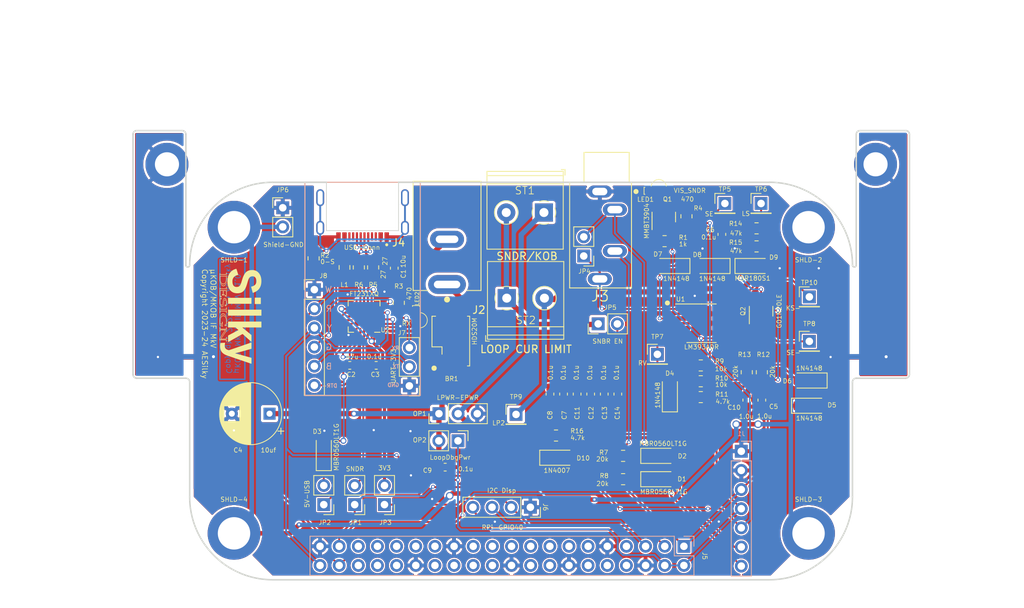
<source format=kicad_pcb>
(kicad_pcb (version 20221018) (generator pcbnew)
  (title_block (title "MuKOB / RPi / USB - K&S IF MkV") (date "2024-08-16") (rev "1.0") (company "Silky Design AES") (comment 1 "Copyright AESilky 2023-24"))
  (layers (0 "F.Cu" mixed) (31 "B.Cu" mixed) (34 "B.Paste" user) (35 "F.Paste" user) (36 "B.SilkS" user "B.Silkscreen") (37 "F.SilkS" user "F.Silkscreen") (38 "B.Mask" user) (39 "F.Mask" user) (44 "Edge.Cuts" user))
  (net 0 "")
  (net 1 "GND")
  (net 2 "+5V")
  (net 3 "+3.3V")
  (net 4 "/SNDR_EN")
  (net 5 "/PDL_DASH-")
  (net 6 "/KEY_PDL_DOT-")
  (net 7 "/SDA")
  (net 8 "/SCL")
  (net 34 "/LPI_P")
  (net 35 "/LPI_B")
  (net 36 "/LPI_A")
  (net 37 "Net-(C1-Pad2)")
  (net 38 "/V5I")
  (net 39 "/V3.3I")
  (net 40 "/LOOP_STATE")
  (net 41 "Net-(D10-A)")
  (net 42 "Net-(JP5-B)")
  (net 43 "/DASH-")
  (net 44 "/DOT-")
  (net 45 "Net-(D3-K)")
  (net 46 "Net-(D4-A)")
  (net 47 "Net-(D5-A)")
  (net 48 "Net-(D6-A)")
  (net 49 "Net-(D7-K)")
  (net 50 "Net-(D9-K)")
  (net 51 "/LP2")
  (net 52 "/LOOP_PWR")
  (net 53 "/KOB_KEY-")
  (net 54 "Net-(J4-SHIELD-PadSH1)")
  (net 57 "Net-(J4-D+-PadA6)")
  (net 58 "Net-(J4-D--PadA7)")
  (net 61 "Net-(J7-Pin_2)")
  (net 62 "Net-(J7-Pin_3)")
  (net 63 "/DCD-")
  (net 64 "/RI-")
  (net 65 "/RTS")
  (net 66 "/LP1")
  (net 67 "Earth")
  (net 68 "Net-(LED1-K)")
  (net 69 "Net-(LED1-A)")
  (net 70 "Net-(LED2-K)")
  (net 71 "Net-(Q1-B)")
  (net 72 "/SNDR_EN-")
  (net 73 "Net-(U2-USBDP)")
  (net 74 "Net-(U2-USBDM)")
  (net 75 "/OFFSET_REF_V")
  (net 76 "/DTR-")
  (net 77 "Net-(U2-CBUS2)")
  (footprint "Connector_PinHeader_2.54mm:PinHeader_1x03_P2.54mm_Vertical" (layer "F.Cu") (at 97.3144 131.7028 90)
    (fp_text reference "OP1")
    (fp_text value "LPWR-EPWR")
  )
  (footprint "Resistor_SMD:R_0805_2012Metric_Pad1.20x1.40mm_HandSolder" (layer "F.Cu") (at 80.68742 111.089228 90)
    (fp_text reference "R2")
    (fp_text value "0-S")
  )
  (footprint "Diode_SMD:D_SOD-123" (layer "F.Cu") (at 127.9394 129.1028 90)
    (fp_text reference "D4")
    (fp_text value "1N4148")
  )
  (footprint "Connector_PinHeader_2.54mm:PinHeader_1x01_P2.54mm_Vertical" (layer "F.Cu") (at 126.2854 123.8258)
    (fp_text reference "TP7")
    (fp_text value "RV")
  )
  (footprint "Connector_PinHeader_2.54mm:PinHeader_1x01_P2.54mm_Vertical" (layer "F.Cu") (at 107.5394 131.8028)
    (fp_text reference "TP9")
    (fp_text value "LP2")
  )
  (footprint "Diode_SMD:D_SOD-123" (layer "F.Cu") (at 128.2394 112.1028 180)
    (fp_text reference "D7")
    (fp_text value "1N4148")
  )
  (footprint "AES_Library:AES-CUI_PJ-037B" (layer "F.Cu") (at 98.3894 114.5528 90)
    (fp_text reference "J2")
    (fp_text value "LOOP PWR" hide)
  )
  (footprint "MountingHole:MountingHole_4.3mm_M4_ISO14580_Pad_TopBottom" (layer "F.Cu") (at 70.1334 106.9488)
    (fp_text reference "SHLD-1")
    (fp_text value "MountingHole_Pad" hide)
  )
  (footprint "Connector_PinHeader_2.54mm:PinHeader_1x02_P2.54mm_Vertical" (layer "F.Cu") (at 86.1394 143.7778 180)
    (fp_text reference "JP1")
    (fp_text value "SNDR")
  )
  (footprint "Capacitor_SMD:C_0603_1608Metric_Pad1.08x0.95mm_HandSolder" (layer "F.Cu") (at 112.0394 129.1028 -90)
    (fp_text reference "C8")
    (fp_text value "0.1u")
  )
  (footprint "AES_Library:AES-TermBlock-2POS-5mm-Horz" (layer "F.Cu") (at 111.2594 104.9128 180)
    (fp_text reference "ST1")
    (fp_text value "SNDR/KOB")
  )
  (footprint "AES_Library:AES-BridgeRect-HDS20M-13-1KV-2A" (layer "F.Cu") (at 98.9894 122.0653 90)
    (fp_text reference "BR1")
    (fp_text value "HDS20M")
  )
  (footprint "Capacitor_SMD:C_0603_1608Metric_Pad1.08x0.95mm_HandSolder" (layer "F.Cu") (at 115.6394 129.1028 90)
    (fp_text reference "C11")
    (fp_text value "0.1u")
  )
  (footprint "Resistor_SMD:R_0805_2012Metric_Pad1.20x1.40mm_HandSolder" (layer "F.Cu") (at 139.4394 107.1028 180)
    (fp_text reference "R14")
    (fp_text value "47k")
  )
  (footprint "Diode_SMD:D_SOD-123" (layer "F.Cu") (at 126.4394 140.4028)
    (fp_text reference "D1")
    (fp_text value "MBR0560LT1G")
  )
  (footprint "Capacitor_SMD:C_0603_1608Metric_Pad1.08x0.95mm_HandSolder" (layer "F.Cu") (at 140.1394 129.9028 90)
    (fp_text reference "C5")
    (fp_text value "1.0u")
  )
  (footprint "Resistor_SMD:R_0805_2012Metric_Pad1.20x1.40mm_HandSolder" (layer "F.Cu") (at 86.68742 112.289228 -90)
    (fp_text reference "R6")
    (fp_text value "27")
  )
  (footprint "Connector_PinHeader_2.54mm:PinHeader_1x02_P2.54mm_Vertical" (layer "F.Cu") (at 76.5964 104.3718)
    (fp_text reference "JP6")
    (fp_text value "Shield-GND")
  )
  (footprint "Connector_PinHeader_2.54mm:PinHeader_1x01_P2.54mm_Vertical" (layer "F.Cu") (at 146.4394 122.1028)
    (fp_text reference "TP8")
    (fp_text value "SE-")
  )
  (footprint "Resistor_SMD:R_0805_2012Metric_Pad1.20x1.40mm_HandSolder" (layer "F.Cu") (at 132.0394 129.5028 180)
    (fp_text reference "R11")
    (fp_text value "4.7k")
  )
  (footprint "Package_SO:SOIC-8_3.9x4.9mm_P1.27mm" (layer "F.Cu") (at 132.1394 119.7028)
    (fp_text reference "U1")
    (fp_text value "LM393ADR")
  )
  (footprint "Diode_SMD:D_SOD-123" (layer "F.Cu") (at 138.9394 112.1028)
    (fp_text reference "D9")
    (fp_text value "MBR180S1")
  )
  (footprint "Capacitor_SMD:C_0603_1608Metric_Pad1.08x0.95mm_HandSolder" (layer "F.Cu") (at 113.8394 129.1028 90)
    (fp_text reference "C7")
    (fp_text value "0.1u")
  )
  (footprint "Diode_SMD:D_SOD-123" (layer "F.Cu") (at 146.4394 127.3028 180)
    (fp_text reference "D6")
    (fp_text value "1N4148")
  )
  (footprint "Resistor_SMD:R_0805_2012Metric_Pad1.20x1.40mm_HandSolder" (layer "F.Cu") (at 132.0394 125.3028)
    (fp_text reference "R9")
    (fp_text value "10k")
  )
  (footprint "AES_Library:AES-CUI_SJ1-3534NG-audio-jack" (layer "F.Cu") (at 118.6484 102.2158 -90)
    (fp_text reference "J3")
    (fp_text value "KEY-PADDLE-1_8" hide)
  )
  (footprint "Connector_PinHeader_2.54mm:PinHeader_1x01_P2.54mm_Vertical" (layer "F.Cu") (at 140.0394 103.8028)
    (fp_text reference "TP6")
    (fp_text value "LS")
  )
  (footprint "MountingHole:MountingHole_4.3mm_M4_ISO14580_Pad_TopBottom" (layer "F.Cu") (at 70.1334 147.5888)
    (fp_text reference "SHLD-4")
    (fp_text value "MountingHole_Pad" hide)
  )
  (footprint "MountingHole:MountingHole_3.2mm_M3_ISO7380_Pad_TopBottom" (layer "F.Cu") (at 61.2394 98.6028)
    (fp_text reference "M_KSI1" hide)
    (fp_text value "MountingHole_Pad" hide)
  )
  (footprint "Capacitor_SMD:C_0603_1608Metric_Pad1.08x0.95mm_HandSolder" (layer "F.Cu") (at 138.1394 129.9028 90)
    (fp_text reference "C10")
    (fp_text value "1.0u")
  )
  (footprint "Diode_SMD:D_SOD-123" (layer "F.Cu") (at 113.0394 137.5528)
    (fp_text reference "D10")
    (fp_text value "1N4007")
  )
  (footprint "Package_TO_SOT_SMD:SOT-23" (layer "F.Cu") (at 140.0394 118.1028 90)
    (fp_text reference "Q2")
    (fp_text value "G01N20LE")
  )
  (footprint "Resistor_SMD:R_0805_2012Metric_Pad1.20x1.40mm_HandSolder" (layer "F.Cu") (at 127.2394 108.8028 180)
    (fp_text reference "R1")
    (fp_text value "1k")
  )
  (footprint "Connector_PinHeader_2.54mm:PinHeader_1x01_P2.54mm_Vertical" (layer "F.Cu") (at 146.4394 116.2028)
    (fp_text reference "TP10")
    (fp_text value "KS-")
  )
  (footprint "Capacitor_SMD:C_0603_1608Metric_Pad1.08x0.95mm_HandSolder" (layer "F.Cu") (at 88.98742 125.289228 180)
    (fp_text reference "C3")
    (fp_text value "0.1u")
  )
  (footprint "Resistor_SMD:R_0805_2012Metric_Pad1.20x1.40mm_HandSolder" (layer "F.Cu") (at 139.4394 109.5028)
    (fp_text reference "R15")
    (fp_text value "47k")
  )
  (footprint "Connector_PinHeader_2.54mm:PinHeader_1x02_P2.54mm_Vertical" (layer "F.Cu") (at 82.0394 143.7778 180)
    (fp_text reference "JP2")
    (fp_text value "5V-USB")
  )
  (footprint "Connector_PinHeader_2.54mm:PinHeader_1x03_P2.54mm_Vertical" (layer "F.Cu") (at 93.38742 128.014228 180)
    (fp_text reference "J7")
    (fp_text value "UART-3V3")
  )
  (footprint "Package_TO_SOT_SMD:SOT-23" (layer "F.Cu") (at 127.1394 105.6028 90)
    (fp_text reference "Q1")
    (fp_text value "MMBT3904")
  )
  (footprint "Connector_PinSocket_2.54mm:PinSocket_1x04_P2.54mm_Vertical" (layer "F.Cu") (at 109.4394 144.1278 -90)
    (fp_text reference "J6")
    (fp_text value "I2C Disp")
  )
  (footprint "Resistor_SMD:R_0805_2012Metric_Pad1.20x1.40mm_HandSolder" (layer "F.Cu") (at 91.98742 116.989228 90)
    (fp_text reference "R3")
    (fp_text value "470")
  )
  (footprint "Package_DFN_QFN:QFN-20-1EP_4x4mm_P0.5mm_EP2.5x2.5mm" (layer "F.Cu") (at 87.38742 118.789228 180)
    (fp_text reference "U2")
    (fp_text value "FT231XQ")
  )
  (footprint "Capacitor_SMD:C_0603_1608Metric_Pad1.08x0.95mm_HandSolder" (layer "F.Cu") (at 91.38742 112.389228 90)
    (fp_text reference "C1")
    (fp_text value "10u")
  )
  (footprint "Capacitor_SMD:C_0603_1608Metric_Pad1.08x0.95mm_HandSolder" (layer "F.Cu") (at 119.2394 129.1028 90)
    (fp_text reference "C13")
    (fp_text value "0.1u")
  )
  (footprint "Diode_SMD:D_SOD-123" (layer "F.Cu") (at 133.5669 112.1028 180)
    (fp_text reference "D8")
    (fp_text value "1N4148")
  )
  (footprint "Capacitor_SMD:C_0603_1608Metric_Pad1.08x0.95mm_HandSolder" (layer "F.Cu") (at 134.8394 107.9028 -90)
    (fp_text reference "C6")
    (fp_text value "0.1u")
  )
  (footprint "AES_Library:AES-USB_C_Amphenol_GSB1C4621DSHR" (layer "F.Cu") (at 87.1864 103.0348 180)
    (fp_text reference "J4")
    (fp_text value "USB-Conn")
  )
  (footprint "Connector_PinHeader_2.54mm:PinHeader_1x01_P2.54mm_Vertical" (layer "F.Cu") (at 135.2394 103.8028)
    (fp_text reference "TP5")
    (fp_text value "SE")
  )
  (footprint "Connector_PinHeader_2.54mm:PinHeader_1x02_P2.54mm_Vertical" (layer "F.Cu") (at 99.8394 135.3028 -90)
    (fp_text reference "OP2")
    (fp_text value "LoopDbgPwr")
  )
  (footprint "Connector_PinHeader_2.54mm:PinHeader_1x06_P2.54mm_Vertical" (layer "F.Cu") (at 80.78742 115.239228)
    (fp_text reference "J8")
    (fp_text value "Selector-SW" hide)
  )
  (footprint "Resistor_SMD:R_0805_2012Metric_Pad1.20x1.40mm_HandSolder" (layer "F.Cu") (at 112.8394 134.6028)
    (fp_text reference "R16")
    (fp_text value "4.7k")
  )
  (footprint "MountingHole:MountingHole_3.2mm_M3_ISO7380_Pad_TopBottom" (layer "F.Cu") (at 155.2194 98.6028)
    (fp_text reference "M_KSI2" hide)
    (fp_text value "MountingHole_Pad" hide)
  )
  (footprint "AES_Library:SILKY-DESIGN-logo-0_50-AES" (layer "F.Cu") (at 70.983898 118.828473 -90)
    (fp_text reference "G***" hide)
    (fp_text value "LOGO" hide)
  )
  (footprint "Capacitor_SMD:C_0603_1608Metric_Pad1.08x0.95mm_HandSolder" (layer "F.Cu") (at 98.1394 138.8028)
    (fp_text reference "C9")
    (fp_text value "0.1u")
  )
  (footprint "Connector_PinHeader_2.54mm:PinHeader_1x02_P2.54mm_Vertical" (layer "F.Cu") (at 118.4344 119.7838 90)
    (fp_text reference "JP5")
    (fp_text value "SNBR EN")
  )
  (footprint "Connector_PinHeader_2.54mm:PinHeader_1x02_P2.54mm_Vertical" (layer "F.Cu") (at 116.5184 110.7748 180)
    (fp_text reference "JP4")
    (fp_text value "KeyJack-NP" hide)
  )
  (footprint "Capacitor_SMD:C_0603_1608Metric_Pad1.08x0.95mm_HandSolder" (layer "F.Cu") (at 121.0394 129.1028 90)
    (fp_text reference "C14")
    (fp_text value "0.1u")
  )
  (footprint "Capacitor_SMD:C_0603_1608Metric_Pad1.08x0.95mm_HandSolder" (layer "F.Cu") (at 117.4394 129.1028 90)
    (fp_text reference "C12")
    (fp_text value "0.1u")
  )
  (footprint "Resistor_SMD:R_0805_2012Metric_Pad1.20x1.40mm_HandSolder" (layer "F.Cu") (at 121.7394 140.4028 180)
    (fp_text reference "R8")
    (fp_text value "20k")
  )
  (footprint "Resistor_SMD:R_0805_2012Metric_Pad1.20x1.40mm_HandSolder" (layer "F.Cu") (at 138.1394 126.2028 -90)
    (fp_text reference "R13")
    (fp_text value "20k")
  )
  (footprint "AES_Library:AES-LED_SMD_SIDEVIEW_Harvatek" (layer "F.Cu") (at 94.760509 119.3003)
    (fp_text reference "LED2" hide)
    (fp_text value "RX")
  )
  (footprint "Diode_SMD:D_SOD-123" (layer "F.Cu") (at 82.0394 136.9028 90)
    (fp_text reference "D3")
    (fp_text value "MBR0560LT1G")
  )
  (footprint "MountingHole:MountingHole_4.3mm_M4_ISO14580_Pad_TopBottom" (layer "F.Cu") (at 146.3334 147.5888)
    (fp_text reference "SHLD-3")
    (fp_text value "MountingHole_Pad" hide)
  )
  (footprint "Resistor_SMD:R_0805_2012Metric_Pad1.20x1.40mm_HandSolder" (layer "F.Cu") (at 130.1394 105.5028 90)
    (fp_text reference "R4")
    (fp_text value "470")
  )
  (footprint "Capacitor_SMD:C_0603_1608Metric_Pad1.08x0.95mm_HandSolder" (layer "F.Cu") (at 85.48742 125.289228 180)
    (fp_text reference "C2")
    (fp_text value "47u")
  )
  (footprint "Resistor_SMD:R_0805_2012Metric_Pad1.20x1.40mm_HandSolder" (layer "F.Cu") (at 140.1394 126.2028 90)
    (fp_text reference "R12")
    (fp_text value "20k")
  )
  (footprint "Resistor_SMD:R_0805_2012Metric_Pad1.20x1.40mm_HandSolder" (layer "F.Cu") (at 132.0394 127.4028 180)
    (fp_text reference "R10")
    (fp_text value "10k")
  )
  (footprint "Inductor_SMD:L_0805_2012Metric_Pad1.15x1.40mm_HandSolder" (layer "F.Cu") (at 84.78742 112.289228 -90)
    (fp_text reference "L1")
    (fp_text value "600RJ0.5A" hide)
  )
  (footprint "Diode_SMD:D_SOD-123" (layer "F.Cu") (at 126.4394 137.3028)
    (fp_text reference "D2")
    (fp_text value "MBR0560LT1G")
  )
  (footprint "Resistor_SMD:R_0805_2012Metric_Pad1.20x1.40mm_HandSolder" (layer "F.Cu") (at 121.7394 137.3028 180)
    (fp_text reference "R7")
    (fp_text value "20k")
  )
  (footprint "AES_Library:AES-TermBlock-2POS-5mm-Horz" (layer "F.Cu") (at 106.2874 116.4588)
    (fp_text reference "ST2")
    (fp_text value "LOOP CUR LIMIT")
  )
  (footprint "MountingHole:MountingHole_4.3mm_M4_ISO14580_Pad_TopBottom" (layer "F.Cu") (at 146.3334 106.9488)
    (fp_text reference "SHLD-2")
    (fp_text value "MountingHole_Pad" hide)
  )
  (footprint "Diode_SMD:D_SOD-123" (layer "F.Cu") (at 146.4394 130.6528)
    (fp_text reference "D5")
    (fp_text value "1N4148")
  )
  (footprint "Connector_PinHeader_2.54mm:PinHeader_1x02_P2.54mm_Vertical" (layer "F.Cu") (at 90.0894 143.7778 180)
    (fp_text reference "JP3")
    (fp_text value "3V3")
  )
  (footprint "Capacitor_THT:CP_Radial_D8.0mm_P5.00mm" (layer "F.Cu") (at 74.842051 131.7028 180)
    (fp_text reference "C4")
    (fp_text value "10uf")
  )
  (footprint "Resistor_SMD:R_0805_2012Metric_Pad1.20x1.40mm_HandSolder" (layer "F.Cu") (at 88.58742 112.289228 -90)
    (fp_text reference "R5")
    (fp_text value "27")
  )
  (footprint "AES_Library:AES-LED_SMD_SIDEVIEW_Harvatek" (layer "F.Cu") (at 126.4659 101.628691 90)
    (fp_text reference "LED1")
    (fp_text value "VIS_SNDR")
  )
  (footprint "Connector_PinHeader_2.54mm:PinHeader_1x07_P2.54mm_Vertical" (layer "B.Cu") (at 137.414 136.696 180)
    (fp_text reference "J1")
    (fp_text value "MuKOB IF")
  )
  (footprint "Connector_PinSocket_2.54mm:PinSocket_2x20_P2.54mm_Vertical" (layer "B.Cu") (at 129.801 149.308 90)
    (fp_text reference "J5")
    (fp_text value "RPi-GPIO40")
  )
  (gr_rect (start 68.2564 111.2673) (end 71.5734 127.1403) (stroke (width 0.2)) (fill none) (layer "B.Cu"))
  (gr_rect locked (start 79.53742 100.989228) (end 94.83742 129.289228) (stroke (width 0.15)) (fill none) (layer "B.SilkS"))
  (gr_circle (center 127.6124 117.0098) (end 127.889032 117.0098) (stroke (width 0.1)) (fill solid) (layer "F.SilkS"))
  (gr_line (start 82.38666 107.4028) (end 82.38666 100.989228) (stroke (width 0.1)) (layer "Edge.Cuts"))
  (gr_arc (start 64.250439 111.994228) (mid 64.000439 112.244228) (end 63.750439 111.994228) (stroke (width 0.2)) (layer "Edge.Cuts"))
  (gr_line (start 57.2374 126.994228) (end 63.750439 126.994228) (stroke (width 0.2)) (layer "Edge.Cuts"))
  (gr_line (start 159.7174 126.494228) (end 159.7174 94.6248) (stroke (width 0.2)) (layer "Edge.Cuts"))
  (gr_arc (start 64.250439 111.994228) (mid 67.473729 104.212518) (end 75.255439 100.989228) (stroke (width 0.2)) (layer "Edge.Cuts"))
  (gr_arc (start 152.660439 94.6248) (mid 152.806888 94.27126) (end 153.160439 94.1248) (stroke (width 0.2)) (layer "Edge.Cuts"))
  (gr_arc (start 63.750439 126.994228) (mid 64.103994 127.140674) (end 64.250439 127.494228) (stroke (width 0.2)) (layer "Edge.Cuts"))
  (gr_arc (start 141.155439 100.98527) (mid 148.93995 104.209719) (end 152.1644 111.99423) (stroke (width 0.2)) (layer "Edge.Cuts"))
  (gr_line (start 63.750439 111.994228) (end 63.750439 94.6248) (stroke (width 0.2)) (layer "Edge.Cuts"))
  (gr_arc (start 152.160439 142.744228) (mid 148.93715 150.525939) (end 141.155439 153.749228) (stroke (width 0.2)) (layer "Edge.Cuts"))
  (gr_arc (start 63.250439 94.1248) (mid 63.603993 94.271246) (end 63.750439 94.6248) (stroke (width 0.2)) (layer "Edge.Cuts"))
  (gr_line (start 141.155439 100.989228) (end 91.95689 100.989228) (stroke (width 0.2)) (layer "Edge.Cuts"))
  (gr_arc (start 152.656478 111.994228) (mid 152.41044 112.240267) (end 152.1644 111.99423) (stroke (width 0.2)) (layer "Edge.Cuts"))
  (gr_line (start 56.7374 94.6248) (end 56.7374 126.494228) (stroke (width 0.2)) (layer "Edge.Cuts"))
  (gr_line (start 159.2174 94.1248) (end 153.160439 94.1248) (stroke (width 0.2)) (layer "Edge.Cuts"))
  (gr_line (start 75.255439 153.749228) (end 141.155439 153.749228) (stroke (width 0.2)) (layer "Edge.Cuts"))
  (gr_arc (start 159.7174 126.494228) (mid 159.570943 126.847763) (end 159.2174 126.994228) (stroke (width 0.2)) (layer "Edge.Cuts"))
  (gr_arc (start 75.255439 153.749228) (mid 67.473729 150.525938) (end 64.250439 142.744228) (stroke (width 0.2)) (layer "Edge.Cuts"))
  (gr_line (start 152.660439 94.6248) (end 152.656478 111.994228) (stroke (width 0.2)) (layer "Edge.Cuts"))
  (gr_line (start 63.250439 94.1248) (end 57.2374 94.1248) (stroke (width 0.2)) (layer "Edge.Cuts"))
  (gr_arc (start 152.160439 127.494228) (mid 152.306878 127.14067) (end 152.660439 126.994228) (stroke (width 0.2)) (layer "Edge.Cuts"))
  (gr_line (start 152.160439 142.744228) (end 152.160439 127.494228) (stroke (width 0.2)) (layer "Edge.Cuts"))
  (gr_line (start 64.250439 127.494228) (end 64.250439 142.744228) (stroke (width 0.2)) (layer "Edge.Cuts"))
  (gr_arc (start 57.2374 126.994228) (mid 56.883847 126.847781) (end 56.7374 126.494228) (stroke (width 0.2)) (layer "Edge.Cuts"))
  (gr_arc (start 56.7374 94.6248) (mid 56.883847 94.271247) (end 57.2374 94.1248) (stroke (width 0.2)) (layer "Edge.Cuts"))
  (gr_line (start 75.255439 100.989228) (end 82.38666 100.989228) (stroke (width 0.2)) (layer "Edge.Cuts"))
  (gr_line (start 91.95689 100.989228) (end 91.95689 107.4028) (stroke (width 0.1)) (layer "Edge.Cuts"))
  (gr_arc (start 159.2174 94.1248) (mid 159.570953 94.271247) (end 159.7174 94.6248) (stroke (width 0.2)) (layer "Edge.Cuts"))
  (gr_line (start 152.660439 126.994228) (end 159.2174 126.994228) (stroke (width 0.2)) (layer "Edge.Cuts"))
  (gr_line (start 91.95689 107.4028) (end 82.38666 107.4028) (stroke (width 0.1)) (layer "Edge.Cuts"))
  (gr_text "μKOB/MKOB IF MkV v1.0\nCopyright 2023-24 AESilky" (at 69.0604 126.4403 270) (layer "B.Cu") (effects (font (size 0.7 0.7) (thickness 0.0875)) (justify left bottom mirror)))
  (gr_text "GND" (at 92.08742 128.189228) (layer "B.SilkS") (effects (font (size 0.5 0.5) (thickness 0.1)) (justify left bottom mirror)))
  (gr_text "B" (at 83.18742 125.889228) (layer "B.SilkS") (effects (font (size 0.8 0.8) (thickness 0.1)) (justify left bottom mirror)))
  (gr_text "RX" (at 92.08742 123.289228) (layer "B.SilkS") (effects (font (size 0.5 0.5) (thickness 0.1)) (justify left bottom mirror)))
  (gr_text "G" (at 83.18742 123.339228) (layer "B.SilkS") (effects (font (size 0.8 0.8) (thickness 0.1)) (justify left bottom mirror)))
  (gr_text "W" (at 83.18742 115.689228) (layer "B.SilkS") (effects (font (size 0.8 0.8) (thickness 0.1)) (justify left bottom mirror)))
  (gr_text "Y" (at 83.18742 120.789228) (layer "B.SilkS") (effects (font (size 0.8 0.8) (thickness 0.1)) (justify left bottom mirror)))
  (gr_text "R" (at 83.18742 118.239228) (layer "B.SilkS") (effects (font (size 0.8 0.8) (thickness 0.1)) (justify left bottom mirror)))
  (gr_text "TX" (at 92.08742 125.739228) (layer "B.SilkS") (effects (font (size 0.5 0.5) (thickness 0.1)) (justify left bottom mirror)))
  (gr_text "DTR-" (at 83.88742 128.289228) (layer "B.SilkS") (effects (font (size 0.5 0.5) (thickness 0.1)) (justify left bottom mirror)))
  (gr_text "μKOB/MKOB IF MkV\nCopyright 2023-24 AESilky" (at 65.8364 112.4418 -90) (layer "F.SilkS") (effects (font (size 0.7 0.7) (thickness 0.0875)) (justify left bottom)))
  (segment (start 149.2594 124.1828) (end 156.5854 124.1828) (width 0.7) (layer "F.Cu") (net 1))
  (segment (start 60.0424 124.1788) (end 67.3684 124.1788) (width 0.7) (layer "F.Cu") (net 1))
  (segment (start 156.5854 124.1828) (end 156.6244 124.1438) (width 0.25) (layer "F.Cu") (net 1))
  (segment (start 92.05242 120.224228) (end 88.82242 120.224228) (width 0.25) (layer "F.Cu") (net 1))
  (segment (start 67.3684 124.1788) (end 67.4074 124.1398) (width 0.25) (layer "F.Cu") (net 1))
  (segment (start 92.18742 120.089228) (end 92.05242 120.224228) (width 0.25) (layer "F.Cu") (net 1))
  (segment (start 70.1694 133.9728) (end 70.1194 133.9228) (width 0.25) (layer "F.Cu") (net 1))
  (segment (start 88.82242 120.224228) (end 87.38742 118.789228) (width 0.25) (layer "F.Cu") (net 1))
  (via (at 93.5394 134.0228) (size 0.5) (drill 0.3) (layers "F.Cu" "B.Cu") (net 1))
  (via (at 85.20742 115.879228) (size 0.5) (drill 0.3) (layers "F.Cu" "B.Cu") (net 1))
  (via (at 85.31742 121.259228) (size 0.5) (drill 0.3) (layers "F.Cu" "B.Cu") (net 1))
  (via (at 82.1194 133.9728) (size 0.5) (drill 0.3) (layers "F.Cu" "B.Cu") (net 1))
  (via (at 131.2394 116.0628) (size 0.5) (drill 0.3) (layers "F.Cu" "B.Cu") (net 1))
  (via (at 156.6244 124.1438) (size 0.6) (drill 0.4) (layers "F.Cu" "B.Cu") (net 1))
  (via (at 70.1194 133.9228) (size 0.5) (drill 0.3) (layers "F.Cu" "B.Cu") (net 1))
  (via (at 88.6644 133.8838) (size 0.5) (drill 0.3) (layers "F.Cu" "B.Cu") (net 1))
  (via (at 60.0424 124.1788) (size 0.6) (drill 0.3) (layers "F.Cu" "B.Cu") (net 1))
  (via (at 96.4094 143.0228) (size 0.5) (drill 0.3) (layers "F.Cu" "B.Cu") (net 1))
  (via (at 104.7294 146.0428) (size 0.5) (drill 0.3) (layers "F.Cu" "B.Cu") (net 1))
  (via (at 67.4074 124.1398) (size 0.6) (drill 0.4) (layers "F.Cu" "B.Cu") (net 1))
  (via (at 134.4304 146.0298) (size 0.5) (drill 0.3) (layers "F.Cu" "B.Cu") (net 1))
  (via (at 90.08742 115.509228) (size 0.5) (drill 0.3) (layers "F.Cu" "B.Cu") (net 1))
  (via (at 147.6894 112.4028) (size 0.5) (drill 0.3) (layers "F.Cu" "B.Cu") (net 1))
  (via (at 132.2694 109.7828) (size 0.5) (drill 0.3) (layers "F.Cu" "B.Cu") (net 1))
  (via (at 136.5394 109.7628) (size 0.5) (drill 0.3) (layers "F.Cu" "B.Cu") (net 1))
  (via (at 149.2594 124.1828) (size 0.6) (drill 0.3) (layers "F.Cu" "B.Cu") (net 1))
  (via (at 93.5994 139.8928) (size 0.5) (drill 0.3) (layers "F.Cu" "B.Cu") (net 1))
  (via (at 92.18742 120.089228) (size 0.5) (drill 0.3) (layers "F.Cu" "B.Cu") (net 1))
  (via (at 142.5094 112.4028) (size 0.5) (drill 0.3) (layers "F.Cu" "B.Cu") (net 1))
  (segment (start 149.2984 124.1438) (end 149.2594 124.1828) (width 0.1) (layer "B.Cu") (net 1))
  (segment (start 156.6244 124.1438) (end 149.2984 124.1438) (width 0.7) (layer "B.Cu") (net 1))
  (segment (start 60.0814 124.1398) (end 60.0424 124.1788) (width 0.1) (layer "B.Cu") (net 1))
  (segment (start 67.4074 124.1398) (end 60.0814 124.1398) (width 0.7) (layer "B.Cu") (net 1))
  (segment (start 96.5894 140.5028) (end 94.590329 142.501871) (width 0.25) (layer "F.Cu") (net 2))
  (segment (start 94.590329 142.501871) (end 83.315329 142.501871) (width 0.25) (layer "F.Cu") (net 2))
  (segment (start 136.0394 127.2028) (end 138.1394 127.2028) (width 0.25) (layer "F.Cu") (net 2))
  (segment (start 99.8394 140.5028) (end 96.5894 140.5028) (width 0.25) (layer "F.Cu") (net 2))
  (segment (start 134.1394 133.0403) (end 138.1394 129.0403) (width 0.25) (layer "F.Cu") (net 2))
  (segment (start 133.0394 125.3028) (end 134.1394 125.3028) (width 0.25) (layer "F.Cu") (net 2))
  (segment (start 83.315329 142.501871) (end 82.0394 143.7778) (width 0.25) (layer "F.Cu") (net 2))
  (segment (start 134.1394 125.3028) (end 136.0394 127.2028) (width 0.25) (layer "F.Cu") (net 2))
  (segment (start 138.1394 127.2028) (end 138.1394 129.0403) (width 0.25) (layer "F.Cu") (net 2))
  (segment (start 137.414 144.316) (end 134.1394 141.0414) (width 0.25) (layer "F.Cu") (net 2))
  (segment (start 134.1394 141.0414) (end 134.1394 133.0403) (width 0.25) (layer "F.Cu") (net 2))
  (segment (start 133.2394 106.4028) (end 130.2394 106.4028) (width 0.25) (layer "F.Cu") (net 2))
  (segment (start 133.2394 123.2028) (end 133.2394 125.1028) (width 0.25) (layer "F.Cu") (net 2))
  (via (at 133.2394 106.4028) (size 0.5) (drill 0.3) (layers "F.Cu" "B.Cu") (net 2))
  (via (at 133.2394 123.2028) (size 0.5) (drill 0.3) (layers "F.Cu" "B.Cu") (net 2))
  (via (at 99.8394 140.5028) (size 0.5) (drill 0.3) (layers "F.Cu" "B.Cu") (net 2))
  (segment (start 127.261 151.848) (end 129.801 151.848) (width 0.25) (layer "B.Cu") (net 2))
  (segment (start 129.801 151.848) (end 137.333 144.316) (width 0.25) (layer "B.Cu") (net 2))
  (segment (start 125.876 150.463) (end 127.261 151.848) (width 0.25) (layer "B.Cu") (net 2))
  (segment (start 100.209511 147.0578) (end 119.7974 147.0578) (width 0.25) (layer "B.Cu") (net 2))
  (segment (start 119.7974 147.0578) (end 121.026 148.2864) (width 0.25) (layer "B.Cu") (net 2))
  (segment (start 99.8394 135.3028) (end 99.8394 146.687689) (width 0.25) (layer "B.Cu") (net 2))
  (segment (start 121.702583 150.463) (end 125.876 150.463) (width 0.25) (layer "B.Cu") (net 2))
  (segment (start 133.2394 106.4028) (end 133.2394 123.2028) (width 0.25) (layer "B.Cu") (net 2))
  (segment (start 121.026 149.786417) (end 121.702583 150.463) (width 0.25) (layer "B.Cu") (net 2))
  (segment (start 121.026 148.2864) (end 121.026 149.786417) (width 0.25) (layer "B.Cu") (net 2))
  (segment (start 99.8394 146.687689) (end 100.209511 147.0578) (width 0.25) (layer "B.Cu") (net 2))
  (segment (start 140.9194 129.8203) (end 140.9194 138.2706) (width 0.25) (layer "F.Cu") (net 3))
  (segment (start 140.4344 118.2078) (end 140.6444 117.9978) (width 0.25) (layer "F.Cu") (net 3))
  (segment (start 140.1394 127.2028) (end 140.1394 129.0403) (width 0.25) (layer "F.Cu") (net 3))
  (segment (start 142.2844 117.9978) (end 142.2894 118.0028) (width 0.25) (layer "F.Cu") (net 3))
  (segment (start 120.7394 137.3028) (end 120.7394 140.4028) (width 0.25) (layer "F.Cu") (net 3))
  (segment (start 140.1394 129.0403) (end 140.9194 129.8203) (width 0.25) (layer "F.Cu") (net 3))
  (segment (start 139.290933 117.7978) (end 139.700933 118.2078) (width 0.25) (layer "F.Cu") (net 3))
  (segment (start 134.6144 117.7978) (end 139.290933 117.7978) (width 0.25) (layer "F.Cu") (net 3))
  (segment (start 106.8994 144.1278) (end 109.3744 146.6028) (width 0.25) (layer "F.Cu") (net 3))
  (segment (start 140.6444 117.9978) (end 142.2844 117.9978) (width 0.25) (layer "F.Cu") (net 3))
  (segment (start 105.7444 142.9728) (end 106.8994 144.1278) (width 0.25) (layer "F.Cu") (net 3))
  (segment (start 127.0958 146.6028) (end 127.1676 146.6746) (width 0.25) (layer "F.Cu") (net 3))
  (segment (start 139.700933 118.2078) (end 140.4344 118.2078) (width 0.25) (layer "F.Cu") (net 3))
  (segment (start 120.8958 140.4028) (end 129.801 149.308) (width 0.25) (layer "F.Cu") (net 3))
  (segment (start 100.5194 142.9728) (end 105.7444 142.9728) (width 0.25) (layer "F.Cu") (net 3))
  (segment (start 142.2894 127.2028) (end 140.1394 127.2028) (width 0.25) (layer "F.Cu") (net 3))
  (segment (start 109.3744 146.6028) (end 127.0958 146.6028) (width 0.25) (layer "F.Cu") (net 3))
  (segment (start 99.7144 143.7778) (end 100.5194 142.9728) (width 0.25) (layer "F.Cu") (net 3))
  (segment (start 140.9194 138.2706) (end 137.414 141.776) (width 0.25) (layer "F.Cu") (net 3))
  (segment (start 90.0894 143.7778) (end 99.7144 143.7778) (width 0.25) (layer "F.Cu") (net 3))
  (via (at 142.2894 118.0028) (size 0.5) (drill 0.3) (layers "F.Cu" "B.Cu") (net 3))
  (via (at 142.2894 127.2028) (size 0.5) (drill 0.3) (layers "F.Cu" "B.Cu") (net 3))
  (segment (start 142.2894 118.0028) (end 142.2894 127.2028) (width 0.25) (layer "B.Cu") (net 3))
  (segment (start 129.882 149.308) (end 137.414 141.776) (width 0.25) (layer "B.Cu") (net 3))
  (segment (start 128.2394 108.8028) (end 128.2394 110.1528) (width 0.25) (layer "F.Cu") (net 4))
  (segment (start 118.4394 141.4528) (end 121.3394 144.3528) (width 0.25) (layer "F.Cu") (net 4))
  (segment (start 128.6944 106.2478) (end 128.6944 108.3478) (width 0.25) (layer "F.Cu") (net 4))
  (segment (start 84.081 147.853088) (end 86.1394 145.794688) (width 0.25) (layer "F.Cu") (net 4))
  (segment (start 135.2394 103.8028) (end 133.4444 105.5978) (width 0.25) (layer "F.Cu") (net 4))
  (segment (start 134.8608 144.3028) (end 137.414 146.856) (width 0.25) (layer "F.Cu") (net 4))
  (segment (start 132.0894 121.7028) (end 134.5194 121.7028) (width 0.25) (layer "F.Cu") (net 4))
  (segment (start 84.081 149.308) (end 84.081 147.853088) (width 0.25) (layer "F.Cu") (net 4))
  (segment (start 96.5794 141.4528) (end 118.4394 141.4528) (width 0.25) (layer "F.Cu") (net 4))
  (segment (start 133.4444 105.5978) (end 129.3444 105.5978) (width 0.25) (layer "F.Cu") (net 4))
  (segment (start 128.2394 110.1528) (end 128.2894 110.2028) (width 0.25) (layer "F.Cu") (net 4))
  (segment (start 96.5294 141.4028) (end 96.5794 141.4528) (width 0.25) (layer "F.Cu") (net 4))
  (segment (start 132.9894 144.3028) (end 134.8608 144.3028) (width 0.25) (layer "F.Cu") (net 4))
  (segment (start 129.3444 105.5978) (end 128.6944 106.2478) (width 0.25) (layer "F.Cu") (net 4))
  (segment (start 86.1394 145.794688) (end 86.1394 143.7778) (width 0.25) (layer "F.Cu") (net 4))
  (via (at 132.0894 121.7028) (size 0.5) (drill 0.3) (layers "F.Cu" "B.Cu") (net 4))
  (via (at 128.2894 110.2028) (size 0.5) (drill 0.3) (layers "F.Cu" "B.Cu") (net 4))
  (via (at 121.3394 144.3528) (size 0.5) (drill 0.3) (layers "F.Cu" "B.Cu") (net 4))
  (via (at 96.5294 141.4028) (size 0.5) (drill 0.3) (layers "F.Cu" "B.Cu") (net 4))
  (via (at 132.9894 144.3028) (size 0.5) (drill 0.3) (layers "F.Cu" "B.Cu") (net 4))
  (segment (start 132.0894 122.837689) (end 132.0894 121.7028) (width 0.25) (layer "B.Cu") (net 4))
  (segment (start 121.3394 144.3528) (end 132.9394 144.3528) (width 0.25) (layer "B.Cu") (net 4))
  (segment (start 128.3394 117.9528) (end 132.0894 121.7028) (width 0.25) (layer "B.Cu") (net 4))
  (segment (start 128.3394 110.2528) (end 128.3394 117.9528) (width 0.25) (layer "B.Cu") (net 4))
  (segment (start 96.5294 141.4028) (end 95.3094 142.6228) (width 0.25) (layer "B.Cu") (net 4))
  (segment (start 137.414 146.856) (end 138.569 145.701) (width 0.25) (layer "B.Cu") (net 4))
  (segment (start 138.569 129.317289) (end 132.0894 122.837689) (width 0.25) (layer "B.Cu") (net 4))
  (segment (start 87.2944 142.6228) (end 86.1394 143.7778) (width 0.25) (layer "B.Cu") (net 4))
  (segment (start 138.569 145.701) (end 138.569 129.317289) (width 0.25) (layer "B.Cu") (net 4))
  (segment (start 132.9394 144.3528) (end 132.9894 144.3028) (width 0.25) (layer "B.Cu") (net 4))
  (segment (start 128.2894 110.2028) (end 128.3394 110.2528) (width 0.25) (layer "B.Cu") (net 4))
  (segment (start 95.3094 142.6228) (end 87.2944 142.6228) (width 0.25) (layer "B.Cu") (net 4))
  (segment (start 121.8344 136.1578) (end 122.4894 135.5028) (width 0.25) (layer "F.Cu") (net 5))
  (segment (start 121.8344 139.4978) (end 121.8344 136.1578) (width 0.25) (layer "F.Cu") (net 5))
  (segment (start 124.7894 140.4028) (end 122.7394 140.4028) (width 0.25) (layer "F.Cu") (net 5))
  (segment (start 122.7394 140.4028) (end 121.8344 139.4978) (width 0.25) (layer "F.Cu") (net 5))
  (via (at 122.4894 135.5028) (size 0.5) (drill 0.3) (layers "F.Cu" "B.Cu") (net 5))
  (segment (start 122.4894 111.9568) (end 120.6484 110.1158) (width 0.25) (layer "B.Cu") (net 5))
  (segment (start 122.4894 135.5028) (end 122.4894 111.9568) (width 0.25) (layer "B.Cu") (net 5))
  (segment (start 122.7394 137.3028) (end 124.5394 135.5028) (width 0.25) (layer "F.Cu") (net 6))
  (segment (start 124.7894 137.3028) (end 122.7394 137.3028) (width 0.25) (layer "F.Cu") (net 6))
  (segment (start 124.5394 135.5028) (end 124.5394 135.4528) (width 0.25) (layer "F.Cu") (net 6))
  (via (at 124.5394 135.4528) (size 0.5) (drill 0.3) (layers "F.Cu" "B.Cu") (net 6))
  (segment (start 124.5394 111.644094) (end 120.6484 107.753094) (width 0.25) (layer "B.Cu") (net 6))
  (segment (start 120.6484 107.753094) (end 120.6484 104.6158) (width 0.25) (layer "B.Cu") (net 6))
  (segment (start 120.1374 104.6158) (end 116.5184 108.2348) (width 0.25) (layer "B.Cu") (net 6))
  (segment (start 124.5394 135.4528) (end 124.5394 111.644094) (width 0.25) (layer "B.Cu") (net 6))
  (segment (start 125.0558 147.1028) (end 104.3294 147.1028) (width 0.25) (layer "F.Cu") (net 7))
  (segment (start 104.3294 147.1028) (end 101.8194 144.5928) (width 0.25) (layer "F.Cu") (net 7))
  (segment (start 127.261 149.308) (end 125.0558 147.1028) (width 0.25) (layer "F.Cu") (net 7))
  (segment (start 121.3968 145.9838) (end 106.2154 145.9838) (width 0.25) (layer "B.Cu") (net 8))
  (segment (start 106.2154 145.9838) (end 104.3594 144.1278) (width 0.25) (layer "B.Cu") (net 8))
  (segment (start 124.721 149.308) (end 121.3968 145.9838) (width 0.25) (layer "B.Cu") (net 8))
  (segment (start 97.2994 135.3028) (end 97.2994 138.7803) (width 0.7) (layer "F.Cu") (net 34))
  (segment (start 86.0394 131.7028) (end 74.842051 131.7028) (width 0.7) (layer "F.Cu") (net 34))
  (segment (start 97.3144 131.7028) (end 97.3144 135.2878) (width 0.7) (layer "F.Cu") (net 34))
  (segment (start 97.7194 125.1153) (end 97.7194 131.2978) (width 0.7) (layer "F.Cu") (net 34))
  (via (at 86.0394 131.7028) (size 0.8) (drill 0.5) (layers "F.Cu" "B.Cu") (net 34))
  (segment (start 86.0394 131.7028) (end 97.3144 131.7028) (width 0.7) (layer "B.Cu") (net 34))
  (segment (start 95.1894 116.4853) (end 95.1894 111.7528) (width 0.7) (layer "F.Cu") (net 35))
  (segment (start 97.7194 119.0153) (end 95.1894 116.4853) (width 0.7) (layer "F.Cu") (net 35))
  (segment (start 95.1894 111.7528) (end 98.3894 108.5528) (width 0.7) (layer "F.Cu") (net 35))
  (segment (start 100.2594 116.4228) (end 98.3894 114.5528) (width 0.7) (layer "F.Cu") (net 36))
  (segment (start 100.2594 119.0153) (end 100.2594 116.4228) (width 0.7) (layer "F.Cu") (net 36))
  (segment (start 85.71742 112.194228) (end 84.78742 111.264228) (width 0.25) (layer "F.Cu") (net 37))
  (segment (start 89.58742 109.726728) (end 89.58742 108.039228) (width 0.25) (layer "F.Cu") (net 37))
  (segment (start 84.78742 111.264228) (end 84.78742 108.039228) (width 0.25) (layer "F.Cu") (net 37))
  (segment (start 91.38742 111.526728) (end 90.71992 112.194228) (width 0.25) (layer "F.Cu") (net 37))
  (segment (start 90.71992 112.194228) (end 85.71742 112.194228) (width 0.25) (layer "F.Cu") (net 37))
  (segment (start 91.38742 111.526728) (end 89.58742 109.726728) (width 0.25) (layer "F.Cu") (net 37))
  (segment (start 84.6394 135.3028) (end 82.0894 135.3028) (width 0.25) (layer "F.Cu") (net 38))
  (segment (start 83.68742 124.351728) (end 84.62492 125.289228) (width 0.25) (layer "F.Cu") (net 38))
  (segment (start 84.28742 118.886249) (end 84.28742 123.189228) (width 0.25) (layer "F.Cu") (net 38))
  (segment (start 83.68742 123.789228) (end 83.68742 124.351728) (width 0.25) (layer "F.Cu") (net 38))
  (segment (start 84.28742 118.886249) (end 83.68242 118.281249) (width 0.25) (layer "F.Cu") (net 38))
  (segment (start 83.68242 118.281249) (end 83.68242 114.419228) (width 0.25) (layer "F.Cu") (net 38))
  (segment (start 84.62492 125.289228) (end 84.62492 126.726728) (width 0.25) (layer "F.Cu") (net 38))
  (segment (start 84.28742 123.189228) (end 83.68742 123.789228) (width 0.25) (layer "F.Cu") (net 38))
  (segment (start 85.44992 118.289228) (end 84.884441 118.289228) (width 0.25) (layer "F.Cu") (net 38))
  (segment (start 84.884441 118.289228) (end 84.28742 118.886249) (width 0.25) (layer "F.Cu") (net 38))
  (segment (start 84.62492 126.726728) (end 84.68742 126.789228) (width 0.25) (layer "F.Cu") (net 38))
  (segment (start 83.68242 114.419228) (end 84.78742 113.314228) (width 0.25) (layer "F.Cu") (net 38))
  (via (at 84.6394 135.3028) (size 0.8) (drill 0.5) (layers "F.Cu" "B.Cu") (net 38))
  (via (at 84.68742 126.789228) (size 0.8) (drill 0.5) (layers "F.Cu" "B.Cu") (net 38))
  (segment (start 84.6894 126.8028) (end 84.6894 135.2528) (width 0.25) (layer "B.Cu") (net 38))
  (segment (start 84.6894 135.2528) (end 84.6394 135.3028) (width 0.25) (layer "B.Cu") (net 38))
  (segment (start 89.84992 123.551728) (end 88.38742 122.089228) (width 0.4) (layer "F.Cu") (net 39))
  (segment (start 90.0894 125.528708) (end 90.0894 141.2378) (width 0.4) (layer "F.Cu") (net 39))
  (segment (start 85.44992 117.789228) (end 84.38742 117.789228) (width 0.25) (layer "F.Cu") (net 39))
  (segment (start 89.73742 120.739228) (end 88.38742 122.089228) (width 0.4) (layer "F.Cu") (net 39))
  (segment (start 94.28742 120.739228) (end 89.73742 120.739228) (width 0.4) (layer "F.Cu") (net 39))
  (segment (start 89.84992 125.289228) (end 89.84992 123.551728) (width 0.4) (layer "F.Cu") (net 39))
  (segment (start 88.38742 122.089228) (end 88.38742 120.726728) (width 0.25) (layer "F.Cu") (net 39))
  (segment (start 85.44992 117.789228) (end 86.38742 116.851728) (width 0.25) (layer "F.Cu") (net 39))
  (via (at 88.38742 122.089228) (size 0.8) (drill 0.5) (layers "F.Cu" "B.Cu") (net 39))
  (via (at 84.38742 117.789228) (size 0.8) (drill 0.5) (layers "F.Cu" "B.Cu") (net 39))
  (segment (start 84.38742 118.089228) (end 88.38742 122.089228) (width 0.25) (layer "B.Cu") (net 39))
  (segment (start 84.38742 117.789228) (end 84.38742 118.089228) (width 0.25) (layer "B.Cu") (net 39))
  (segment (start 126.5894 113.6528) (end 126.5894 112.1028) (width 0.25) (layer "F.Cu") (net 40))
  (segment (start 128.539867 112.1028) (end 126.5894 112.1028) (width 0.25) (layer "F.Cu") (net 40))
  (segment (start 126.6044 119.0678) (end 126.5894 119.0528) (width 0.25) (layer "F.Cu") (net 40))
  (segment (start 138.4394 107.1028) (end 140.0394 105.5028) (width 0.25) (layer "F.Cu") (net 40))
  (segment (start 140.0394 105.5028) (end 140.0394 103.8028) (width 0.25) (layer "F.Cu") (net 40))
  (segment (start 134.8394 107.0403) (end 133.602367 107.0403) (width 0.25) (layer "F.Cu") (net 40))
  (segment (start 133.602367 107.0403) (end 128.539867 112.1028) (width 0.25) (layer "F.Cu") (net 40))
  (segment (start 138.4394 107.1028) (end 134.9019 107.1028) (width 0.25) (layer "F.Cu") (net 40))
  (segment (start 129.6644 119.0678) (end 126.6044 119.0678) (width 0.25) (layer "F.Cu") (net 40))
  (via (at 126.5894 113.6528) (size 0.5) (drill 0.3) (layers "F.Cu" "B.Cu") (net 40))
  (via (at 126.5894 119.0528) (size 0.5) (drill 0.3) (layers "F.Cu" "B.Cu") (net 40))
  (segment (start 126.5894 119.0528) (end 126.5894 113.6528) (width 0.25) (layer "B.Cu") (net 40))
  (segment (start 121.0394 129.9653) (end 119.2394 129.9653) (width 0.25) (layer "F.Cu") (net 41))
  (segment (start 113.8394 129.9653) (end 113.8394 134.6028) (width 0.25) (layer "F.Cu") (net 41))
  (segment (start 115.6394 129.9653) (end 113.8394 129.9653) (width 0.25) (layer "F.Cu") (net 41))
  (segment (start 117.4394 129.9653) (end 115.6394 129.9653) (width 0.25) (layer "F.Cu") (net 41))
  (segment (start 119.2394 129.9653) (end 117.4394 129.9653) (width 0.25) (layer "F.Cu") (net 41))
  (segment (start 114.6894 135.4528) (end 113.8394 134.6028) (width 0.25) (layer "F.Cu") (net 41))
  (segment (start 114.6894 137.5528) (end 114.6894 135.4528) (width 0.25) (layer "F.Cu") (net 41))
  (segment (start 113.8394 128.2403) (end 115.6394 128.2403) (width 0.25) (layer "F.Cu") (net 42))
  (segment (start 120.9754 119.7848) (end 120.9744 119.7838) (width 0.25) (layer "F.Cu") (net 42))
  (segment (start 117.4394 128.2403) (end 119.2394 128.2403) (width 0.25) (layer "F.Cu") (net 42))
  (segment (start 120.9754 128.1763) (end 120.9754 119.7848) (width 0.25) (layer "F.Cu") (net 42))
  (segment (start 112.0394 128.2403) (end 113.8394 128.2403) (width 0.25) (layer "F.Cu") (net 42))
  (segment (start 119.2394 128.2403) (end 121.0394 128.2403) (width 0.25) (layer "F.Cu") (net 42))
  (segment (start 115.6394 128.2403) (end 117.4394 128.2403) (width 0.25) (layer "F.Cu") (net 42))
  (segment (start 82.926 148.9894) (end 82.926 150.693) (width 0.25) (layer "F.Cu") (net 43))
  (segment (start 85.236 147.3062) (end 85.236 150.693) (width 0.25) (layer "F.Cu") (net 43))
  (segment (start 128.0894 142.6114) (end 128.0894 140.4028) (width 0.25) (layer "F.Cu") (net 43))
  (segment (start 88.38742 115.444122) (end 88.614867 115.216675) (width 0.25) (layer "F.Cu") (net 43))
  (segment (start 128.0894 142.2528) (end 128.1394 142.3028) (width 0.25) (layer "F.Cu") (net 43))
  (segment (start 128.0894 140.4028) (end 128.0894 142.2528) (width 0.25) (layer "F.Cu") (net 43))
  (segment (start 88.38742 116.851728) (end 88.38742 115.444122) (width 0.25) (layer "F.Cu") (net 43))
  (segment (start 82.926 150.693) (end 84.081 151.848) (width 0.25) (layer "F.Cu") (net 43))
  (segment (start 100.4394 145.1778) (end 99.5354 146.0818) (width 0.25) (layer "F.Cu") (net 43))
  (segment (start 99.5354 146.0818) (end 86.4604 146.0818) (width 0.25) (layer "F.Cu") (net 43))
  (segment (start 73.567051 124.999597) (end 73.567051 139.630451) (width 0.25) (layer "F.Cu") (net 43))
  (segment (start 73.567051 139.630451) (end 82.926 148.9894) (width 0.25) (layer "F.Cu") (net 43))
  (segment (start 80.78742 117.779228) (end 73.567051 124.999597) (width 0.25) (layer "F.Cu") (net 43))
  (segment (start 137.414 151.936) (end 128.0894 142.6114) (width 0.25) (layer "F.Cu") (net 43))
  (segment (start 86.4604 146.0818) (end 85.236 147.3062) (width 0.25) (layer "F.Cu") (net 43))
  (segment (start 85.236 150.693) (end 84.081 151.848) (width 0.25) (layer "F.Cu") (net 43))
  (via (at 100.4394 145.1778) (size 0.5) (drill 0.3) (layers "F.Cu" "B.Cu") (net 43))
  (via (at 128.1394 142.3028) (size 0.5) (drill 0.3) (layers "F.Cu" "B.Cu") (net 43))
  (via (at 88.614867 115.216675) (size 0.6) (drill 0.4) (layers "F.Cu" "B.Cu") (net 43))
  (segment (start 88.614867 115.216675) (end 83.349973 115.216675) (width 0.25) (layer "B.Cu") (net 43))
  (segment (start 100.4394 143.874383) (end 102.010983 142.3028) (width 0.25) (layer "B.Cu") (net 43))
  (segment (start 100.4394 145.1778) (end 100.4394 143.874383) (width 0.25) (layer "B.Cu") (net 43))
  (segment (start 102.010983 142.3028) (end 128.1394 142.3028) (width 0.25) (layer "B.Cu") (net 43))
  (segment (start 83.349973 115.216675) (end 80.78742 117.779228) (width 0.25) (layer "B.Cu") (net 43))
  (segment (start 91.694289 137.2028) (end 91.6894 137.2028) (width 0.25) (layer "F.Cu") (net 44))
  (segment (start 121.8394 134.4028) (end 116.2944 139.9478) (width 0.25) (layer "F.Cu") (net 44))
  (segment (start 125.1894 134.4028) (end 121.8394 134.4028) (width 0.25) (layer "F.Cu") (net 44))
  (segment (start 137.414 149.396) (end 136.5096 149.396) (width 0.25) (layer "F.Cu") (net 44))
  (segment (start 136.5096 149.396) (end 129.2894 142.1758) (width 0.25) (layer "F.Cu") (net 44))
  (segment (start 128.0894 137.3028) (end 125.1894 134.4028) (width 0.25) (layer "F.Cu") (net 44))
  (segment (start 89.32492 118.289228) (end 90.48742 118.289228) (width 0.25) (layer "F.Cu") (net 44))
  (segment (start 94.439289 139.9478) (end 91.694289 137.2028) (width 0.25) (layer "F.Cu") (net 44))
  (segment (start 129.2894 138.5028) (end 128.0894 137.3028) (width 0.25) (layer "F.Cu") (net 44))
  (segment (start 129.2894 142.1758) (end 129.2894 138.5028) (width 0.25) (layer "F.Cu") (net 44))
  (segment (start 116.2944 139.9478) (end 94.439289 139.9478) (width 0.25) (layer "F.Cu") (net 44))
  (via (at 91.6894 137.2028) (size 0.5) (drill 0.3) (layers "F.Cu" "B.Cu") (net 44))
  (via (at 90.48742 118.289228) (size 0.6) (drill 0.4) (layers "F.Cu" "B.Cu") (net 44))
  (segment (start 80.78742 120.319228) (end 77.0394 124.067248) (width 0.25) (layer "B.Cu") (net 44))
  (segment (start 90.48742 121.889228) (end 90.48742 121.939228) (width 0.25) (layer "B.Cu") (net 44))
  (segment (start 77.0394 124.067248) (end 77.0394 136.3028) (width 0.25) (layer "B.Cu") (net 44))
  (segment (start 90.48742 118.289228) (end 90.48742 121.889228) (width 0.25) (layer "B.Cu") (net 44))
  (segment (start 77.9394 137.2028) (end 77.0394 136.3028) (width 0.25) (layer "B.Cu") (net 44))
  (segment (start 89.38742 122.989228) (end 83.45742 122.989228) (width 0.25) (layer "B.Cu") (net 44))
  (segment (start 77.0394 147.3464) (end 81.541 151.848) (width 0.25) (layer "B.Cu") (net 44))
  (segment (start 90.43742 121.939228) (end 89.38742 122.989228) (width 0.25) (layer "B.Cu") (net 44))
  (segment (start 90.48742 121.939228) (end 90.43742 121.939228) (width 0.25) (layer "B.Cu") (net 44))
  (segment (start 91.6894 137.2028) (end 77.9394 137.2028) (width 0.25) (layer "B.Cu") (net 44))
  (segment (start 77.0394 136.3028) (end 77.0394 147.3464) (width 0.25) (layer "B.Cu") (net 44))
  (segment (start 83.45742 122.989228) (end 80.78742 120.319228) (width 0.25) (layer "B.Cu") (net 44))
  (segment (start 82.0394 138.5528) (end 82.0394 141.2378) (width 0.25) (layer "F.Cu") (net 45))
  (segment (start 131.0394 127.4028) (end 131.0394 125.3028) (width 0.25) (layer "F.Cu") (net 46))
  (segment (start 127.9394 127.4528) (end 130.9894 127.4528) (width 0.25) (layer "F.Cu") (net 46))
  (segment (start 148.0894 127.3028) (end 148.0894 130.6528) (width 0.25) (layer "F.Cu") (net 47))
  (segment (start 135.8944 124.542689) (end 135.8944 121.1578) (width 0.25) (layer "F.Cu") (net 48))
  (segment (start 135.8944 121.1578) (end 135.0744 120.3378) (width 0.25) (layer "F.Cu") (net 48))
  (segment (start 140.1394 125.2028) (end 139.2344 126.1078) (width 0.25) (layer "F.Cu") (net 48))
  (segment (start 137.459511 126.1078) (end 135.8944 124.542689) (width 0.25) (layer "F.Cu") (net 48))
  (segment (start 139.2344 126.1078) (end 137.459511 126.1078) (width 0.25) (layer "F.Cu") (net 48))
  (segment (start 142.6894 125.2028) (end 140.1394 125.2028) (width 0.25) (layer "F.Cu") (net 48))
  (segment (start 144.7894 127.3028) (end 142.6894 125.2028) (width 0.25) (layer "F.Cu") (net 48))
  (segment (start 131.9169 112.1028) (end 129.8894 112.1028) (width 0.25) (layer "F.Cu") (net 49))
  (segment (start 140.0394 117.1653) (end 140.0394 115.2028) (width 0.25) (layer "F.Cu") (net 50))
  (segment (start 137.3394 113.7028) (end 137.3394 112.1528) (width 0.25) (layer "F.Cu") (net 50))
  (via (at 137.3394 113.7028) (size 0.5) (drill 0.3) (layers "F.Cu" "B.Cu") (net 50))
  (via (at 140.0394 115.2028) (size 0.5) (drill 0.3) (layers "F.Cu" "B.Cu") (net 50))
  (segment (start 138.8394 115.2028) (end 137.3394 113.7028) (width 0.25) (layer "B.Cu") (net 50))
  (segment (start 140.0394 115.2028) (end 138.8394 115.2028) (width 0.25) (layer "B.Cu") (net 50))
  (segment (start 130.845897 115.1128) (end 130.415897 115.5428) (width 0.7) (layer "F.Cu") (net 51))
  (segment (start 137.5794 115.1128) (end 130.845897 115.1128) (width 0.7) (layer "F.Cu") (net 51))
  (segment (start 140.5894 112.1028) (end 137.5794 115.1128) (width 0.7) (layer "F.Cu") (net 51))
  (segment (start 140.4394 109.5028) (end 140.4394 111.9528) (width 0.7) (layer "F.Cu") (net 51))
  (segment (start 113.6274 115.5428) (end 112.6084 116.5618) (width 0.7) (layer "F.Cu") (net 51))
  (segment (start 140.4394 107.1028) (end 140.4394 109.5028) (width 0.7) (layer "F.Cu") (net 51))
  (segment (start 130.415897 115.5428) (end 113.6274 115.5428) (width 0.7) (layer "F.Cu") (net 51))
  (segment (start 140.4394 111.9528) (end 140.5894 112.1028) (width 0.7) (layer "F.Cu") (net 51))
  (segment (start 111.2874 116.4588) (end 111.2874 128.0548) (width 0.7) (layer "B.Cu") (net 51))
  (segment (start 111.2874 128.0548) (end 107.5394 131.8028) (width 0.7) (layer "B.Cu") (net 51))
  (segment (start 111.3894 135.0528) (end 111.8394 134.6028) (width 0.7) (layer "F.Cu") (net 52))
  (segment (start 105.7044 137.5528) (end 99.8544 131.7028) (width 0.7) (layer "F.Cu") (net 52))
  (segment (start 111.3894 137.5528) (end 111.3894 135.0528) (width 0.7) (layer "F.Cu") (net 52))
  (segment (start 111.3894 137.5528) (end 105.7044 137.5528) (width 0.7) (layer "F.Cu") (net 52))
  (segment (start 108.2184 123.3388) (end 108.2184 107.9538) (width 0.7) (layer "B.Cu") (net 52))
  (segment (start 108.2184 107.9538) (end 111.2594 104.9128) (width 0.7) (layer "B.Cu") (net 52))
  (segment (start 99.8544 131.7028) (end 108.2184 123.3388) (width 0.7) (layer "B.Cu") (net 52))
  (segment (start 118.9844 117.7978) (end 118.9394 117.7528) (width 0.25) (layer "F.Cu") (net 53))
  (segment (start 136.756126 117.1028) (end 130.3594 117.1028) (width 0.25) (layer "F.Cu") (net 53))
  (segment (start 130.3594 117.1028) (end 129.6644 117.7978) (width 0.25) (layer "F.Cu") (net 53))
  (segment (start 146.4394 116.2028) (end 144.1514 113.9148) (width 0.25) (layer "F.Cu") (net 53))
  (segment (start 118.6484 113.8158) (end 118.6484 112.9048) (width 0.25) (layer "F.Cu") (net 53))
  (segment (start 144.1514 113.9148) (end 139.944126 113.9148) (width 0.25) (layer "F.Cu") (net 53))
  (segment (start 129.6644 117.7978) (end 118.9844 117.7978) (width 0.25) (layer "F.Cu") (net 53))
  (segment (start 118.6484 112.9048) (end 116.5184 110.7748) (width 0.25) (layer "F.Cu") (net 53))
  (segment (start 139.944126 113.9148) (end 136.756126 117.1028) (width 0.25) (layer "F.Cu") (net 53))
  (via (at 118.9394 117.7528) (size 0.5) (drill 0.3) (layers "F.Cu" "B.Cu") (net 53))
  (segment (start 118.9394 117.7528) (end 118.6484 117.4618) (width 0.25) (layer "B.Cu") (net 53))
  (segment (start 118.6484 117.4618) (end 118.6484 113.8158) (width 0.25) (layer "B.Cu") (net 53))
  (segment (start 80.68742 110.089228) (end 82.38742 110.089228) (width 0.25) (layer "F.Cu") (net 54))
  (via (at 82.38742 110.089228) (size 0.5) (drill 0.3) (layers "F.Cu" "B.Cu") (net 54))
  (segment (start 91.8574 108.5678) (end 92.80742 107.61778) (width 0.25) (layer "B.Cu") (net 54))
  (segment (start 82.38742 110.089228) (end 83.908848 108.5678) (width 0.25) (layer "B.Cu") (net 54))
  (segment (start 92.80742 107.61778) (end 92.80742 102.889228) (width 0.25) (layer "B.Cu") (net 54))
  (segment (start 81.5664 107.0348) (end 81.5664 103.0348) (width 0.25) (layer "B.Cu") (net 54))
  (segment (start 82.38742 110.089228) (end 81.5664 109.268208) (width 0.25) (layer "B.Cu") (net 54))
  (segment (start 81.5664 109.268208) (end 81.5664 107.0348) (width 0.25) (layer "B.Cu") (net 54))
  (segment (start 83.908848 108.5678) (end 91.8574 108.5678) (width 0.25) (layer "B.Cu") (net 54))
  (segment (start 86.43742 109.639228) (end 86.43742 108.039228) (width 0.25) (layer "F.Cu") (net 57))
  (segment (start 87.43742 109.428285) (end 87.43742 108.039228) (width 0.25) (layer "F.Cu") (net 57))
  (segment (start 87.62242 109.616705) (end 87.62413 109.614995) (width 0.25) (layer "F.Cu") (net 57))
  (segment (start 87.62242 110.409117) (end 87.62242 109.616705) (width 0.25) (layer "F.Cu") (net 57))
  (segment (start 88.502531 111.289228) (end 87.62242 110.409117) (width 0.25) (layer "F.Cu") (net 57))
  (segment (start 87.62413 109.614995) (end 87.43742 109.428285) (width 0.25) (layer "F.Cu") (net 57))
  (via (at 86.43742 109.639228) (size 0.5) (drill 0.3) (layers "F.Cu" "B.Cu") (net 57))
  (via (at 87.62413 109.614995) (size 0.5) (drill 0.3) (layers "F.Cu" "B.Cu") (net 57))
  (segment (start 86.44242 109.634228) (end 86.43742 109.639228) (width 0.25) (layer "B.Cu") (net 57))
  (segment (start 87.62413 109.614995) (end 87.604897 109.634228) (width 0.25) (layer "B.Cu") (net 57))
  (segment (start 87.604897 109.634228) (end 86.44242 109.634228) (width 0.25) (layer "B.Cu") (net 57))
  (segment (start 86.93742 109.289228) (end 87.00742 109.359228) (width 0.25) (layer "F.Cu") (net 58))
  (segment (start 87.00742 109.359228) (end 87.00742 110.169228) (width 0.25) (layer "F.Cu") (net 58))
  (segment (start 86.93742 108.039228) (end 86.93742 109.289228) (width 0.25) (layer "F.Cu") (net 58))
  (segment (start 86.68742 110.489228) (end 86.98742 110.189228) (width 0.25) (layer "F.Cu") (net 58))
  (segment (start 88.17913 109.360938) (end 87.93742 109.119228) (width 0.25) (layer "F.Cu") (net 58))
  (segment (start 87.93742 109.119228) (end 87.93742 108.039228) (width 0.25) (layer "F.Cu") (net 58))
  (segment (start 87.00742 110.169228) (end 86.98742 110.189228) (width 0.25) (layer "F.Cu") (net 58))
  (segment (start 86.68742 111.289228) (end 86.68742 110.489228) (width 0.25) (layer "F.Cu") (net 58))
  (segment (start 88.17742 110.179228) (end 88.17913 110.177518) (width 0.25) (layer "F.Cu") (net 58))
  (segment (start 88.17913 110.177518) (end 88.17913 109.360938) (width 0.25) (layer "F.Cu") (net 58))
  (via (at 88.17742 110.179228) (size 0.5) (drill 0.3) (layers "F.Cu" "B.Cu") (net 58))
  (via (at 86.98742 110.189228) (size 0.5) (drill 0.3) (layers "F.Cu" "B.Cu") (net 58))
  (segment (start 87.04242 110.244228) (end 86.98742 110.189228) (width 0.25) (layer "B.Cu") (net 58))
  (segment (start 88.17742 110.179228) (end 88.11242 110.244228) (width 0.25) (layer "B.Cu") (net 58))
  (segment (start 88.11242 110.244228) (end 87.04242 110.244228) (width 0.25) (layer "B.Cu") (net 58))
  (segment (start 86.88742 121.375983) (end 86.88742 120.726728) (width 0.25) (layer "F.Cu") (net 61))
  (segment (start 84.58742 124.189228) (end 84.58742 123.675983) (width 0.25) (layer "F.Cu") (net 61))
  (segment (start 84.58742 123.675983) (end 86.88742 121.375983) (width 0.25) (layer "F.Cu") (net 61))
  (via (at 84.58742 124.189228) (size 0.6) (drill 0.4) (layers "F.Cu" "B.Cu") (net 61))
  (segment (start 92.10242 124.189228) (end 93.38742 125.474228) (width 0.25) (layer "B.Cu") (net 61))
  (segment (start 84.58742 124.189228) (end 92.10242 124.189228) (width 0.25) (layer "B.Cu") (net 61))
  (segment (start 89.32992 119.794228) (end 89.32492 119.789228) (width 0.25) (layer "F.Cu") (net 62))
  (segment (start 91.58242 119.794228) (end 89.32992 119.794228) (width 0.25) (layer "F.Cu") (net 62))
  (segment (start 92.9914 118.989228) (end 92.38742 118.989228) (width 0.25) (layer "F.Cu") (net 62))
  (segment (start 92.38742 118.989228) (end 91.58242 119.794228) (width 0.25) (layer "F.Cu") (net 62))
  (via (at 92.9914 118.989228) (size 0.6) (drill 0.4) (layers "F.Cu" "B.Cu") (net 62))
  (segment (start 92.9914 118.989228) (end 93.357918 119.355746) (width 0.25) (layer "B.Cu") (net 62))
  (segment (start 93.357918 119.355746) (end 93.357918 122.904726) (width 0.25) (layer "B.Cu") (net 62))
  (segment (start 82.68742 121.289228) (end 82.35742 121.289228) (width 0.25) (layer "F.Cu") (net 63))
  (segment (start 89.88742 117.789228) (end 89.32492 117.789228) (width 0.25) (layer "F.Cu") (net 63))
  (segment (start 90.85742 116.819228) (end 89.88742 117.789228) (width 0.25) (layer "F.Cu") (net 63))
  (segment (start 82.35742 121.289228) (end 80.78742 122.859228) (width 0.25) (layer "F.Cu") (net 63))
  (via (at 82.68742 121.289228) (size 0.6) (drill 0.4) (layers "F.Cu" "B.Cu") (net 63))
  (via (at 90.85742 116.819228) (size 0.6) (drill 0.4) (layers "F.Cu" "B.Cu") (net 63))
  (segment (start 90.85742 116.819228) (end 90.60742 116.569228) (width 0.25) (layer "B.Cu") (net 63))
  (segment (start 83.85742 116.569228) (end 82.68742 117.739228) (width 0.25) (layer "B.Cu") (net 63))
  (segment (start 90.60742 116.569228) (end 83.85742 116.569228) (width 0.25) (layer "B.Cu") (net 63))
  (segment (start 82.68742 117.739228) (end 82.68742 121.289228) (width 0.25) (layer "B.Cu") (net 63))
  (segment (start 89.93182 119.289228) (end 90.03682 119.184228) (width 0.25) (layer "F.Cu") (net 64))
  (segment (start 89.32492 119.289228) (end 89.93182 119.289228) (width 0.25) (layer "F.Cu") (net 64))
  (segment (start 91.18242 119.184228) (end 91.18742 119.189228) (width 0.25) (layer "F.Cu") (net 64))
  (segment (start 90.03682 119.184228) (end 91.18242 119.184228) (width 0.25) (layer "F.Cu") (net 64))
  (via (at 91.18742 119.189228) (size 0.6) (drill 0.4) (layers "F.Cu" "B.Cu") (net 64))
  (segment (start 82.60242 123.584228) (end 80.78742 125.399228) (width 0.25) (layer "B.Cu") (net 64))
  (segment (start 90.19242 123.584228) (end 82.60242 123.584228) (width 0.25) (layer "B.Cu") (net 64))
  (segment (start 91.18742 119.189228) (end 91.18742 122.589228) (width 0.25) (layer "B.Cu") (net 64))
  (segment (start 91.18742 122.589228) (end 90.19242 123.584228) (width 0.25) (layer "B.Cu") (net 64))
  (segment (start 87.88742 121.592207) (end 87.28242 122.197207) (width 0.25) (layer "F.Cu") (net 65))
  (segment (start 87.88742 120.726728) (end 87.88742 121.592207) (width 0.25) (layer "F.Cu") (net 65))
  (segment (start 87.28242 140.09478) (end 86.1394 141.2378) (width 0.25) (layer "F.Cu") (net 65))
  (segment (start 87.28242 122.197207) (end 87.28242 140.09478) (width 0.25) (layer "F.Cu") (net 65))
  (segment (start 106.2874 116.4588) (end 109.6884 119.8598) (width 0.7) (layer "F.Cu") (net 66))
  (segment (start 118.3584 119.8598) (end 118.4344 119.7838) (width 0.7) (layer "F.Cu") (net 66))
  (segment (start 109.6884 119.8598) (end 118.3584 119.8598) (width 0.7) (layer "F.Cu") (net 66))
  (segment (start 106.2594 104.9128) (end 106.2594 116.4308) (width 0.7) (layer "B.Cu") (net 66))
  (segment (start 110.4094 142.2978) (end 99.0444 142.2978) (width 0.6) (layer "F.Cu") (net 67))
  (segment (start 117.9394 143.1028) (end 111.2144 143.1028) (width 0.6) (layer "F.Cu") (net 67))
  (segment (start 77.5944 147.5888) (end 78.7604 146.4228) (width 0.6) (layer "F.Cu") (net 67))
  (segment (start 70.1334 147.5888) (end 77.5944 147.5888) (width 0.6) (layer "F.Cu") (net 67))
  (segment (start 111.2144 143.1028) (end 110.4094 142.2978) (width 0.6) (layer "F.Cu") (net 67))
  (segment (start 136.7394 133.1028) (end 139.6394 133.1028) (width 0.6) (layer "F.Cu") (net 67))
  (segment (start 99.0444 142.2978) (end 98.7394 142.6028) (width 0.6) (layer "F.Cu") (net 67))
  (via (at 136.7394 133.1028) (size 1) (drill 0.7) (layers "F.Cu" "B.Cu") (net 67))
  (via (at 78.7604 146.4228) (size 0.5) (drill 0.3) (layers "F.Cu" "B.Cu") (net 67))
  (via (at 98.7394 142.6028) (size 1) (drill 0.7) (layers "F.Cu" "B.Cu") (net 67))
  (via (at 117.9394 143.1028) (size 0.5) (drill 0.3) (layers "F.Cu" "B.Cu") (net 67))
  (via (at 139.6394 133.1028) (size 1) (drill 0.7) (layers "F.Cu" "B.Cu") (net 67))
  (segment (start 146.3334 147.5888) (end 143.983401 145.238801) (width 0.6) (layer "B.Cu") (net 67))
  (segment (start 117.9394 143.1028) (end 128.470771 143.1028) (width 0.6) (layer "B.Cu") (net 67))
  (segment (start 136.7394 134.834171) (end 136.7394 133.1028) (width 0.6) (layer "B.Cu") (net 67))
  (segment (start 143.983401 145.238801) (end 143.983401 133.0028) (width 0.6) (layer "B.Cu") (net 67))
  (segment (start 72.483399 145.238801) (end 72.483399 109.298799) (width 0.6) (layer "B.Cu") (net 67))
  (segment (start 94.8824 146.4598) (end 98.7394 142.6028) (width 0.6) (layer "B.Cu") (net 67))
  (segment (start 128.470771 143.1028) (end 136.7394 134.834171) (width 0.6) (layer "B.Cu") (net 67))
  (segment (start 139.6394 133.1028) (end 143.883401 133.1028) (width 0.6) (layer "B.Cu") (net 67))
  (segment (start 78.7974 146.4598) (end 94.8824 146.4598) (width 0.6) (layer "B.Cu") (net 67))
  (segment (start 70.1334 147.5888) (end 72.483399 145.238801) (width 0.6) (layer "B.Cu") (net 67))
  (segment (start 76.5964 106.9118) (end 70.1704 106.9118) (width 0.6) (layer "B.Cu") (net 67))
  (segment (start 143.983401 133.0028) (end 143.983401 109.298799) (width 0.6) (layer "B.Cu") (net 67))
  (segment (start 78.7604 146.4228) (end 78.7974 146.4598) (width 0.6) (layer "B.Cu") (net 67))
  (segment (start 72.483399 109.298799) (end 70.1334 106.9488) (width 0.6) (layer "B.Cu") (net 67))
  (segment (start 143.883401 133.1028) (end 143.983401 133.0028) (width 0.6) (layer "B.Cu") (net 67))
  (segment (start 143.983401 109.298799) (end 146.3334 106.9488) (width 0.6) (layer "B.Cu") (net 67))
  (segment (start 127.2214 104.234191) (end 125.1159 102.128691) (width 0.25) (layer "F.Cu") (net 68))
  (segment (start 130.1394 104.5028) (end 127.865291 102.228691) (width 0.25) (layer "F.Cu") (net 69))
  (segment (start 91.98742 117.989228) (end 94.23742 117.989228) (width 0.25) (layer "F.Cu") (net 70))
  (segment (start 126.1894 106.5403) (end 126.1894 108.7528) (width 0.25) (layer "F.Cu") (net 71))
  (segment (start 139.0894 124.2528) (end 139.0894 119.0403) (width 0.25) (layer "F.Cu") (net 72))
  (segment (start 138.1394 125.2028) (end 139.0894 124.2528) (width 0.25) (layer "F.Cu") (net 72))
  (segment (start 142.1519 122.1028) (end 139.0894 119.0403) (width 0.25) (layer "F.Cu") (net 72))
  (segment (start 139.0894 119.0403) (end 134.6419 119.0403) (width 0.25) (layer "F.Cu") (net 72))
  (segment (start 146.4394 122.1028) (end 142.1519 122.1028) (width 0.25) (layer "F.Cu") (net 72))
  (segment (start 87.38742 114.489228) (end 87.38742 116.851728) (width 0.25) (layer "F.Cu") (net 73))
  (segment (start 88.58742 113.289228) (end 87.38742 114.489228) (width 0.25) (layer "F.Cu") (net 73))
  (segment (start 86.88742 113.489228) (end 86.88742 116.851728) (width 0.25) (layer "F.Cu") (net 74))
  (segment (start 133.0394 127.4028) (end 131.0394 129.4028) (width 0.25) (layer "F.Cu") (net 75))
  (segment (start 126.2854 121.2568) (end 126.2854 123.8258) (width 0.25) (layer "F.Cu") (net 75))
  (segment (start 131.0394 129.5028) (end 127.9484 129.5028) (width 0.25) (layer "F.Cu") (net 75))
  (segment (start 129.6644 120.3378) (end 127.2044 120.3378) (width 0.25) (layer "F.Cu") (net 75))
  (segment (start 127.2044 120.3378) (end 126.2854 121.2568) (width 0.25) (layer "F.Cu") (net 75))
  (segment (start 127.9484 129.5028) (end 126.2854 127.8398) (width 0.25) (layer "F.Cu") (net 75))
  (segment (start 126.2854 127.8398) (end 126.2854 123.8258) (width 0.25) (layer "F.Cu") (net 75))
  (segment (start 87.38742 120.726728) (end 87.38742 121.484095) (width 0.25) (layer "F.Cu") (net 76))
  (segment (start 85.48742 123.384095) (end 85.48742 127.189228) (width 0.25) (layer "F.Cu") (net 76))
  (segment (start 85.48742 127.189228) (end 84.73742 127.939228) (width 0.25) (layer "F.Cu") (net 76))
  (segment (start 87.38742 121.484095) (end 85.48742 123.384095) (width 0.25) (layer "F.Cu") (net 76))
  (segment (start 84.73742 127.939228) (end 80.78742 127.939228) (width 0.25) (layer "F.Cu") (net 76))
  (segment (start 88.58742 114.389228) (end 91.58742 114.389228) (width 0.25) (layer "F.Cu") (net 77))
  (segment (start 91.58742 114.389228) (end 91.98742 114.789228) (width 0.25) (layer "F.Cu") (net 77))
  (segment (start 87.88742 115.089228) (end 88.58742 114.389228) (width 0.25) (layer "F.Cu") (net 77))
  (segment (start 91.98742 114.789228) (end 91.98742 115.989228) (width 0.25) (layer "F.Cu") (net 77))
  (segment (start 87.88742 116.851728) (end 87.88742 115.089228) (width 0.25) (layer "F.Cu") (net 77))
  (zone (net 1) (net_name "GND") (layer "F.Cu") (connect_pads (clearance 0)) (min_thickness 0.25) (fill yes (thermal_gap 0.3) (thermal_bridge_width 0.5))
    (polygon (pts (xy 57.0094 94.4418) (xy 57.0094 126.6008) (xy 57.0554 126.6468) (xy 63.3454 126.6468) (xy 63.3454 94.4548) (xy 63.3324 94.4418)))
  )
  (zone (net 1) (net_name "GND") (layer "F.Cu") (priority 1) (connect_pads (clearance 0)) (min_thickness 0.25) (fill yes (thermal_gap 0.3) (thermal_bridge_width 0.5))
    (polygon (pts (xy 80.5154 101.4498) (xy 80.5154 108.0518) (xy 93.2074 108.0518) (xy 93.9494 108.0518) (xy 93.9494 101.4498) (xy 141.1734 101.4498) (xy 151.7524 112.0288) (xy 151.7524 142.7398) (xy 141.2944 153.1978) (xy 75.2834 153.1978) (xy 75.2664 153.2148) (xy 64.7984 142.7468) (xy 64.7984 141.7108) (xy 64.7654 141.6778) (xy 64.7654 112.0028) (xy 75.3184 101.4498)))
  )
  (zone (net 1) (net_name "GND") (layer "F.Cu") (connect_pads (clearance 0)) (min_thickness 0.25) (fill yes (thermal_gap 0.3) (thermal_bridge_width 0.5))
    (polygon (pts (xy 153.1124 94.5228) (xy 153.1124 126.6818) (xy 153.1584 126.7278) (xy 159.4484 126.7278) (xy 159.4484 94.5358) (xy 159.4354 94.5228)))
  )
  (zone (net 1) (net_name "GND") (layers "F&B.Cu") (name "Ground_Plane") (priority 1) (connect_pads (clearance 0)) (min_thickness 0.25) (fill yes (thermal_gap 0.3) (thermal_bridge_width 0.5))
    (polygon (pts (xy 80.7174 101.4338) (xy 80.7174 108.0358) (xy 93.2244 108.0358) (xy 93.8864 108.0358) (xy 93.8864 101.4338) (xy 141.1904 101.4338) (xy 151.7694 112.0128) (xy 151.7694 142.7238) (xy 141.3114 153.1818) (xy 75.3004 153.1818) (xy 75.2834 153.1988) (xy 64.8154 142.7308) (xy 64.8154 141.6948) (xy 64.7824 141.6618) (xy 64.7824 111.9868) (xy 75.3354 101.4338)))
  )
  (zone (net 1) (net_name "GND") (layer "B.Cu") (connect_pads (clearance 0)) (min_thickness 0.25) (fill yes (thermal_gap 0.3) (thermal_bridge_width 0.5))
    (polygon (pts (xy 57.1024 94.4738) (xy 57.1024 126.6328) (xy 57.1484 126.6788) (xy 63.4384 126.6788) (xy 63.4384 94.4868) (xy 63.4254 94.4738)))
  )
  (zone (net 1) (net_name "GND") (layer "B.Cu") (connect_pads (clearance 0)) (min_thickness 0.25) (fill yes (thermal_gap 0.3) (thermal_bridge_width 0.5))
    (polygon (pts (xy 153.0334 94.4048) (xy 153.0334 126.5638) (xy 153.0794 126.6098) (xy 159.3694 126.6098) (xy 159.3694 94.4178) (xy 159.3564 94.4048)))
  )
)
</source>
